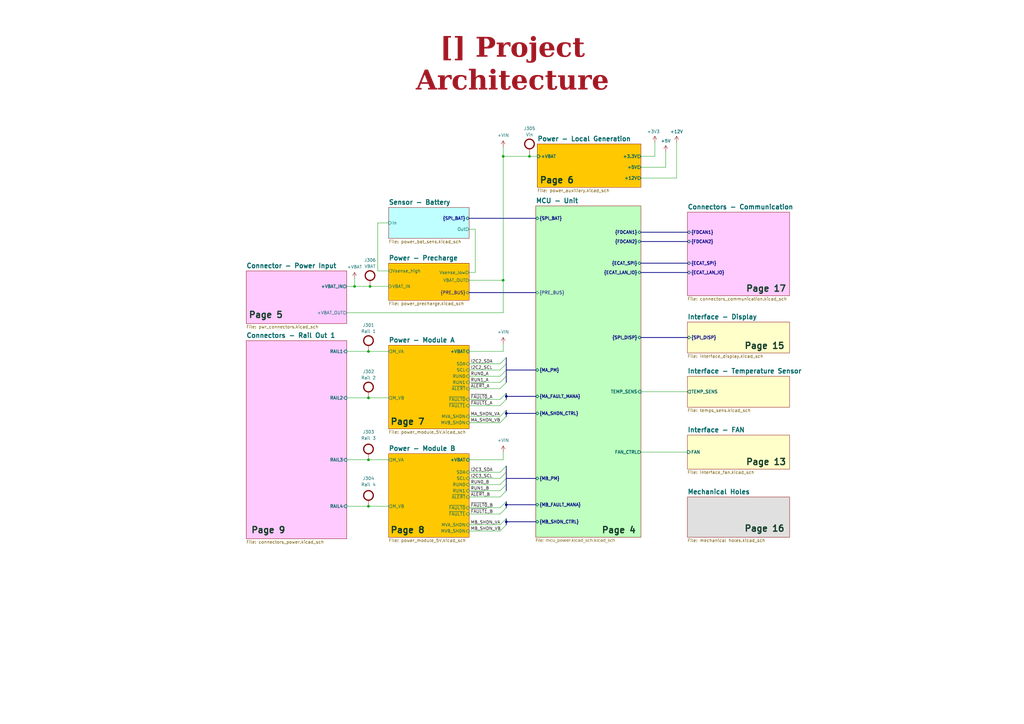
<source format=kicad_sch>
(kicad_sch (version 20231120) (generator "eeschema") (generator_version "8.0")
  (paper "A3")
  (title_block (title "Project Architecture") (date "Last Modified Date") (rev "${REVISION}") (company "${COMPANY}"))
  (lib_symbols
    (symbol "+VBAT_1" (power) (pin_names (offset 0))
      (property "Value" "+VBAT_1" (at 0 4.826 0))
      (symbol "+VBAT_1_0_1"
        (polyline (pts (xy -0.762 1.27) (xy 0 2.54)))
        (polyline (pts (xy 0 0) (xy 0 2.54)))
        (polyline (pts (xy 0 2.54) (xy 0.762 1.27)))
      )
      (symbol "+VBAT_1_1_1"
        (pin power_in line (at 0 0 90) (length 0) hide (name "+VIN") (number "1"))
      )
    )
    (symbol "0_connectors:Solder Pad" (pin_numbers hide) (pin_names (offset 0.762) hide)
      (property "Reference" "J" (at 0 10.795 0))
      (property "Value" "Solder Pad" (at 0 8.255 0))
      (symbol "Solder Pad_1_1"
        (circle (center 0 4.445) (radius 1.9716) (stroke (width 0.5)))
        (pin passive line (at 0 0 90) (length 2.54) (name "1") (number "1"))
      )
    )
    (symbol "0_power_symbols:+VBAT" (power) (pin_names (offset 0))
      (property "Value" "+VBAT" (at 0 3.556 0))
      (symbol "+VBAT_0_1"
        (polyline (pts (xy -0.762 1.27) (xy 0 2.54)))
        (polyline (pts (xy 0 0) (xy 0 2.54)))
        (polyline (pts (xy 0 2.54) (xy 0.762 1.27)))
      )
      (symbol "+VBAT_1_1"
        (pin power_in line (at 0 0 90) (length 0) hide (name "+VBAT") (number "1"))
      )
    )
    (symbol "power:+12V" (power) (pin_names (offset 0))
      (property "Value" "+12V" (at 0 3.556 0))
      (symbol "+12V_0_1"
        (polyline (pts (xy -0.762 1.27) (xy 0 2.54)))
        (polyline (pts (xy 0 0) (xy 0 2.54)))
        (polyline (pts (xy 0 2.54) (xy 0.762 1.27)))
      )
      (symbol "+12V_1_1"
        (pin power_in line (at 0 0 90) (length 0) hide (name "+12V") (number "1"))
      )
    )
    (symbol "power:+3V3" (power) (pin_names (offset 0))
      (property "Value" "+3V3" (at 0 3.556 0))
      (symbol "+3V3_0_1"
        (polyline (pts (xy -0.762 1.27) (xy 0 2.54)))
        (polyline (pts (xy 0 0) (xy 0 2.54)))
        (polyline (pts (xy 0 2.54) (xy 0.762 1.27)))
      )
      (symbol "+3V3_1_1"
        (pin power_in line (at 0 0 90) (length 0) hide (name "+3V3") (number "1"))
      )
    )
    (symbol "power:+5V" (power) (pin_names (offset 0))
      (property "Value" "+5V" (at 0 3.556 0))
      (symbol "+5V_0_1"
        (polyline (pts (xy -0.762 1.27) (xy 0 2.54)))
        (polyline (pts (xy 0 0) (xy 0 2.54)))
        (polyline (pts (xy 0 2.54) (xy 0.762 1.27)))
      )
      (symbol "+5V_1_1"
        (pin power_in line (at 0 0 90) (length 0) hide (name "+5V") (number "1"))
      )
    )
  )
  (junction (at 151.13 188.595))
  (junction (at 151.13 207.645))
  (junction (at 151.13 144.145))
  (junction (at 206.375 114.935))
  (junction (at 207.645 162.56))
  (junction (at 207.645 169.545))
  (junction (at 207.645 213.995))
  (junction (at 145.415 117.475))
  (junction (at 151.13 163.195))
  (junction (at 206.375 64.135))
  (junction (at 207.645 207.01))
  (junction (at 217.17 64.135))
  (junction (at 151.765 117.475))
  (bus_entry (at 205.105 217.805) (size 2.54 -2.54))
  (bus_entry (at 205.105 149.225) (size 2.54 -2.54))
  (bus_entry (at 205.105 151.765) (size 2.54 -2.54))
  (bus_entry (at 205.105 173.355) (size 2.54 -2.54))
  (bus_entry (at 205.105 166.37) (size 2.54 -2.54))
  (bus_entry (at 205.105 208.28) (size 2.54 -2.54))
  (bus_entry (at 205.105 201.295) (size 2.54 -2.54))
  (bus_entry (at 205.105 154.305) (size 2.54 -2.54))
  (bus_entry (at 205.105 193.675) (size 2.54 -2.54))
  (bus_entry (at 205.105 198.755) (size 2.54 -2.54))
  (bus_entry (at 205.105 196.215) (size 2.54 -2.54))
  (bus_entry (at 205.105 156.845) (size 2.54 -2.54))
  (bus_entry (at 205.105 210.82) (size 2.54 -2.54))
  (bus_entry (at 205.105 163.83) (size 2.54 -2.54))
  (bus_entry (at 205.105 215.265) (size 2.54 -2.54))
  (bus_entry (at 205.105 203.835) (size 2.54 -2.54))
  (bus_entry (at 205.105 159.385) (size 2.54 -2.54))
  (bus_entry (at 205.105 170.815) (size 2.54 -2.54))
  (bus (pts (xy 207.645 191.135) (xy 207.645 193.675)))
  (wire (pts (xy 206.375 185.42) (xy 206.375 188.595)))
  (wire (pts (xy 262.89 64.135) (xy 268.605 64.135)))
  (wire (pts (xy 192.405 154.305) (xy 205.105 154.305)))
  (wire (pts (xy 273.05 62.23) (xy 273.05 68.58)))
  (wire (pts (xy 192.405 198.755) (xy 205.105 198.755)))
  (wire (pts (xy 192.405 215.265) (xy 205.105 215.265)))
  (bus (pts (xy 207.645 169.545) (xy 207.645 170.815)))
  (bus (pts (xy 207.645 193.675) (xy 207.645 196.215)))
  (bus (pts (xy 207.645 213.995) (xy 207.645 215.265)))
  (wire (pts (xy 151.13 163.195) (xy 159.385 163.195)))
  (bus (pts (xy 207.645 169.545) (xy 219.71 169.545)))
  (wire (pts (xy 154.94 91.44) (xy 159.385 91.44)))
  (wire (pts (xy 192.405 166.37) (xy 205.105 166.37)))
  (wire (pts (xy 262.89 185.42) (xy 281.94 185.42)))
  (wire (pts (xy 192.405 203.835) (xy 205.105 203.835)))
  (wire (pts (xy 206.375 144.145) (xy 192.405 144.145)))
  (wire (pts (xy 217.17 64.135) (xy 220.345 64.135)))
  (bus (pts (xy 262.89 95.25) (xy 281.94 95.25)))
  (bus (pts (xy 207.645 162.56) (xy 207.645 163.83)))
  (bus (pts (xy 207.645 196.215) (xy 207.645 198.755)))
  (wire (pts (xy 206.375 128.27) (xy 206.375 114.935)))
  (wire (pts (xy 192.405 173.355) (xy 205.105 173.355)))
  (wire (pts (xy 192.405 201.295) (xy 205.105 201.295)))
  (wire (pts (xy 206.375 64.135) (xy 217.17 64.135)))
  (bus (pts (xy 207.645 146.685) (xy 207.645 149.225)))
  (wire (pts (xy 217.17 63.5) (xy 217.17 64.135)))
  (bus (pts (xy 207.645 212.725) (xy 207.645 213.995)))
  (wire (pts (xy 142.24 144.145) (xy 151.13 144.145)))
  (wire (pts (xy 192.405 210.82) (xy 205.105 210.82)))
  (wire (pts (xy 192.405 217.805) (xy 205.105 217.805)))
  (wire (pts (xy 192.405 151.765) (xy 205.105 151.765)))
  (wire (pts (xy 192.405 114.935) (xy 206.375 114.935)))
  (wire (pts (xy 194.945 111.76) (xy 192.405 111.76)))
  (bus (pts (xy 207.645 205.74) (xy 207.645 207.01)))
  (wire (pts (xy 154.94 111.125) (xy 159.385 111.125)))
  (wire (pts (xy 142.24 163.195) (xy 151.13 163.195)))
  (bus (pts (xy 207.645 162.56) (xy 219.71 162.56)))
  (bus (pts (xy 262.89 138.43) (xy 281.94 138.43)))
  (wire (pts (xy 206.375 188.595) (xy 192.405 188.595)))
  (wire (pts (xy 206.375 140.97) (xy 206.375 144.145)))
  (wire (pts (xy 192.405 193.675) (xy 205.105 193.675)))
  (bus (pts (xy 207.645 161.29) (xy 207.645 162.56)))
  (bus (pts (xy 207.645 198.755) (xy 207.645 201.295)))
  (wire (pts (xy 206.375 114.935) (xy 206.375 64.135)))
  (bus (pts (xy 192.405 120.015) (xy 219.71 120.015)))
  (wire (pts (xy 142.24 117.475) (xy 145.415 117.475)))
  (wire (pts (xy 192.405 208.28) (xy 205.105 208.28)))
  (wire (pts (xy 145.415 117.475) (xy 151.765 117.475)))
  (bus (pts (xy 262.89 99.06) (xy 281.94 99.06)))
  (wire (pts (xy 262.89 73.025) (xy 277.495 73.025)))
  (bus (pts (xy 207.645 149.225) (xy 207.645 151.765)))
  (bus (pts (xy 207.645 207.01) (xy 207.645 208.28)))
  (bus (pts (xy 207.645 196.215) (xy 219.71 196.215)))
  (bus (pts (xy 207.645 213.995) (xy 219.71 213.995)))
  (wire (pts (xy 154.94 111.125) (xy 154.94 91.44)))
  (wire (pts (xy 151.13 207.645) (xy 159.385 207.645)))
  (wire (pts (xy 268.605 58.42) (xy 268.605 64.135)))
  (wire (pts (xy 277.495 58.42) (xy 277.495 73.025)))
  (bus (pts (xy 192.405 89.535) (xy 219.71 89.535)))
  (wire (pts (xy 192.405 156.845) (xy 205.105 156.845)))
  (wire (pts (xy 262.89 68.58) (xy 273.05 68.58)))
  (wire (pts (xy 142.24 207.645) (xy 151.13 207.645)))
  (wire (pts (xy 194.945 93.98) (xy 192.405 93.98)))
  (wire (pts (xy 192.405 159.385) (xy 205.105 159.385)))
  (wire (pts (xy 192.405 170.815) (xy 205.105 170.815)))
  (wire (pts (xy 142.24 188.595) (xy 151.13 188.595)))
  (wire (pts (xy 192.405 163.83) (xy 205.105 163.83)))
  (bus (pts (xy 207.645 168.275) (xy 207.645 169.545)))
  (wire (pts (xy 151.13 188.595) (xy 159.385 188.595)))
  (wire (pts (xy 262.89 160.655) (xy 281.94 160.655)))
  (wire (pts (xy 142.24 128.27) (xy 206.375 128.27)))
  (bus (pts (xy 262.89 111.76) (xy 281.94 111.76)))
  (wire (pts (xy 192.405 196.215) (xy 205.105 196.215)))
  (bus (pts (xy 207.645 207.01) (xy 219.71 207.01)))
  (wire (pts (xy 145.415 114.3) (xy 145.415 117.475)))
  (bus (pts (xy 207.645 151.765) (xy 219.71 151.765)))
  (wire (pts (xy 206.375 60.325) (xy 206.375 64.135)))
  (bus (pts (xy 262.89 107.95) (xy 281.94 107.95)))
  (wire (pts (xy 151.765 117.475) (xy 159.385 117.475)))
  (wire (pts (xy 151.13 144.145) (xy 159.385 144.145)))
  (bus (pts (xy 207.645 151.765) (xy 207.645 154.305)))
  (wire (pts (xy 194.945 93.98) (xy 194.945 111.76)))
  (bus (pts (xy 207.645 154.305) (xy 207.645 156.845)))
  (wire (pts (xy 192.405 149.225) (xy 205.105 149.225)))
  (text_box "[${#}] ${TITLE}" (at 144.78 20.32 0) (size 130.81 12.7) (stroke (width -0.0001)) (effects (font (size 8 8) (thickness 1.2) (bold yes))))
  (text "Page 15" (at 321.945 143.51 0) (effects (font (size 2.54 2.54) (bold yes)) (justify right bottom)))
  (text "Page 8" (at 160.02 219.075 0) (effects (font (size 2.54 2.54) (bold yes)) (justify left bottom)))
  (text "Page 7" (at 160.02 174.625 0) (effects (font (size 2.54 2.54) (bold yes)) (justify left bottom)))
  (text "Page 13" (at 322.58 191.135 0) (effects (font (size 2.54 2.54) (bold yes)) (justify right bottom)))
  (text "Page 4" (at 260.985 219.075 0) (effects (font (size 2.54 2.54) (bold yes)) (justify right bottom)))
  (text "Page 6" (at 235.585 75.565 0) (effects (font (size 2.54 2.54) (bold yes)) (justify right bottom)))
  (text "Page 5\n" (at 116.205 130.81 0) (effects (font (size 2.54 2.54) (bold yes)) (justify right bottom)))
  (text "Page 16" (at 321.945 218.44 0) (effects (font (size 2.54 2.54) (bold yes)) (justify right bottom)))
  (text "Page 17" (at 322.58 120.015 0) (effects (font (size 2.54 2.54) (bold yes)) (justify right bottom)))
  (text "Page 9" (at 102.87 219.075 0) (effects (font (size 2.54 2.54) (bold yes)) (justify left bottom)))
  (label "MA_SHDN_VA" (at 193.04 170.815 0))
  (label "RUN1_B" (at 193.04 201.295 0))
  (label "I2C2_SDA" (at 193.04 149.225 0))
  (label "I2C2_SCL" (at 193.04 151.765 0))
  (label "MA_SHDN_VB" (at 193.04 173.355 0))
  (label "~{ALERT}_A" (at 193.04 159.385 0))
  (label "~{FAULT1}_A" (at 193.04 166.37 0))
  (label "I2C3_SCL" (at 193.04 196.215 0))
  (label "RUN0_A" (at 193.04 154.305 0))
  (label "MB_SHDN_VA" (at 193.04 215.265 0))
  (label "~{FAULT1}_B" (at 193.04 210.82 0))
  (label "I2C3_SDA" (at 193.04 193.675 0))
  (label "~{FAULT0}_A" (at 193.04 163.83 0))
  (label "MB_SHDN_VB" (at 193.04 217.805 0))
  (label "~{ALERT}_B" (at 193.04 203.835 0))
  (label "~{FAULT0}_B" (at 193.04 208.28 0))
  (label "RUN1_A" (at 193.04 156.845 0))
  (label "RUN0_B" (at 193.04 198.755 0))
  (symbol (lib_id "power:+5V") (at 273.05 62.23 0) (unit 1)
    (property "Reference" "#PWR0303" (effects (hide yes)))
    (property "Value" "+5V" (at 273.05 57.785 0))
  )
  (symbol (lib_id "0_connectors:Solder Pad") (at 151.13 144.145 0) (unit 1) (in_bom no)
    (property "Reference" "J301" (at 151.13 133.35 0))
    (property "Value" "Rail 1" (at 151.13 135.89 0))
    (property "Footprint" "0_pad:Pad_Square_Vias_6.5x6.5mm" (effects (hide yes)))
  )
  (symbol (lib_id "0_connectors:Solder Pad") (at 151.13 188.595 0) (unit 1) (in_bom no)
    (property "Reference" "J303" (at 151.13 177.165 0))
    (property "Value" "Rail 3" (at 151.13 179.705 0))
    (property "Footprint" "0_pad:Pad_Square_Vias_6.5x6.5mm" (effects (hide yes)))
  )
  (symbol (lib_id "power:+12V") (at 277.495 58.42 0) (unit 1)
    (property "Reference" "#PWR0304" (effects (hide yes)))
    (property "Value" "+12V" (at 277.495 53.975 0))
  )
  (symbol (lib_id "0_connectors:Solder Pad") (at 151.13 163.195 0) (unit 1) (in_bom no)
    (property "Reference" "J302" (at 151.13 152.4 0))
    (property "Value" "Rail 2" (at 151.13 154.94 0))
    (property "Footprint" "0_pad:Pad_Square_Vias_6.5x6.5mm" (effects (hide yes)))
  )
  (symbol (lib_id "0_connectors:Solder Pad") (at 151.765 117.475 0) (unit 1) (in_bom no)
    (property "Reference" "J306" (at 151.765 106.68 0))
    (property "Value" "VBAT" (at 151.765 109.22 0))
    (property "Footprint" "0_pad:Pad_Square_Vias_6.5x6.5mm" (effects (hide yes)))
  )
  (symbol (lib_id "power:+3V3") (at 268.605 58.42 0) (unit 1)
    (property "Reference" "#PWR0302" (effects (hide yes)))
    (property "Value" "+3V3" (at 267.97 53.975 0))
  )
  (symbol (lib_id "0_connectors:Solder Pad") (at 217.17 63.5 0) (unit 1) (in_bom no)
    (property "Reference" "J305" (at 217.17 52.705 0))
    (property "Value" "Vin" (at 217.17 55.245 0))
    (property "Footprint" "0_pad:Pad_Square_Vias_6.5x6.5mm" (effects (hide yes)))
  )
  (symbol (lib_name "+VBAT_1") (lib_id "0_power_symbols:+VBAT") (at 206.375 60.325 0) (unit 1)
    (property "Reference" "#PWR0305" (effects (hide yes)))
    (property "Value" "+VIN" (at 206.375 55.499 0))
  )
  (symbol (lib_name "+VBAT_1") (lib_id "0_power_symbols:+VBAT") (at 206.375 140.97 0) (mirror y) (unit 1)
    (property "Reference" "#PWR0308" (effects (hide yes)))
    (property "Value" "+VIN" (at 206.375 136.144 0))
  )
  (symbol (lib_id "0_connectors:Solder Pad") (at 151.13 207.645 0) (unit 1) (in_bom no)
    (property "Reference" "J304" (at 151.13 196.215 0))
    (property "Value" "Rail 4" (at 151.13 198.755 0))
    (property "Footprint" "0_pad:Pad_Square_Vias_6.5x6.5mm" (effects (hide yes)))
  )
  (symbol (lib_id "0_power_symbols:+VBAT") (at 145.415 114.3 0) (unit 1)
    (property "Reference" "#PWR0301" (effects (hide yes)))
    (property "Value" "+VBAT" (at 145.415 109.474 0))
  )
  (symbol (lib_name "+VBAT_1") (lib_id "0_power_symbols:+VBAT") (at 206.375 185.42 0) (mirror y) (unit 1)
    (property "Reference" "#PWR0309" (effects (hide yes)))
    (property "Value" "+VIN" (at 206.375 180.594 0))
  )
  (sheet (at 100.965 139.7) (size 41.275 81.28) (fill (color 255 150 255 0.5020))
    (property "Sheetname" "Connectors - Rail Out 1" (at 100.965 138.6709 0) (effects (font (size 1.905 1.905) (bold yes)) (justify left bottom)))
    (property "Sheetfile" "connectors_power.kicad_sch" (at 100.965 221.5646 0) (effects (justify left top)))
    (pin "RAIL3" input (at 142.24 188.595 0) (effects (font (thickness 0.254) (bold yes))))
    (pin "RAIL1" input (at 142.24 144.145 0) (effects (font (thickness 0.254) (bold yes))))
    (pin "RAIL4" input (at 142.24 207.645 0) (effects (font (thickness 0.254) (bold yes))))
    (pin "RAIL2" input (at 142.24 163.195 0) (effects (font (thickness 0.254) (bold yes))))
  )
  (sheet (at 159.385 107.95) (size 33.02 15.24) (stroke (width 0.1524)) (fill (color 255 200 0 1.0000))
    (property "Sheetname" "Power - Precharge" (at 159.385 106.9209 0) (effects (font (size 1.905 1.905) (bold yes)) (justify left bottom)))
    (property "Sheetfile" "power_precharge.kicad_sch" (at 159.385 123.7746 0) (effects (justify left top)))
    (pin "VBAT_IN" input (at 159.385 117.475 180))
    (pin "VBAT_OUT" output (at 192.405 114.935 0))
    (pin "Vsense_low" output (at 192.405 111.76 0))
    (pin "Vsense_high" output (at 159.385 111.125 180))
    (pin "{PRE_BUS}" bidirectional (at 192.405 120.015 0))
  )
  (sheet (at 281.94 203.835) (size 41.91 16.51) (stroke (width 0.1524)) (fill (color 0 0 0 0.1216))
    (property "Sheetname" "Mechanical Holes" (at 281.94 202.8059 0) (effects (font (size 1.905 1.905) (bold yes)) (justify left bottom)))
    (property "Sheetfile" "mechanical holes.kicad_sch" (at 281.94 220.9296 0) (effects (justify left top)))
  )
  (sheet (at 281.94 178.435) (size 41.91 13.97) (stroke (width 0.1524)) (fill (color 255 255 150 0.5020))
    (property "Sheetname" "Interface - FAN " (at 281.94 177.4059 0) (effects (font (size 1.905 1.905) (bold yes)) (justify left bottom)))
    (property "Sheetfile" "interface_fan.kicad_sch" (at 281.94 192.9896 0) (effects (justify left top)))
    (pin "FAN" input (at 281.94 185.42 180) (effects (font (thickness 0.254) (bold yes))))
  )
  (sheet (at 281.94 154.305) (size 41.91 12.7) (stroke (width 0.1524)) (fill (color 255 255 150 0.5020))
    (property "Sheetname" "Interface - Temperature Sensor" (at 281.94 153.2759 0) (effects (font (size 1.905 1.905) (bold yes)) (justify left bottom)))
    (property "Sheetfile" "temps_sens.kicad_sch" (at 281.94 167.5896 0) (effects (justify left top)))
    (pin "TEMP_SENS" output (at 281.94 160.655 180) (effects (font (thickness 0.254) (bold yes))))
  )
  (sheet (at 159.385 141.605) (size 33.02 34.29) (stroke (width 0.1524)) (fill (color 255 200 0 1.0000))
    (property "Sheetname" "Power - Module A" (at 159.385 140.5759 0) (effects (font (size 1.905 1.905) (bold yes)) (justify left bottom)))
    (property "Sheetfile" "power_module_5V.kicad_sch" (at 159.385 176.4796 0) (effects (justify left top)))
    (pin "+VBAT" input (at 192.405 144.145 0) (effects (font (thickness 0.254) (bold yes))))
    (pin "M_VA" output (at 159.385 144.145 180))
    (pin "M_VB" output (at 159.385 163.195 180))
    (pin "SDA" input (at 192.405 149.225 0))
    (pin "RUN1" input (at 192.405 156.845 0))
    (pin "SCL" input (at 192.405 151.765 0))
    (pin "RUN0" input (at 192.405 154.305 0))
    (pin "~{FAULT0}" input (at 192.405 163.83 0))
    (pin "~{FAULT1}" input (at 192.405 166.37 0))
    (pin "~{ALERT}" input (at 192.405 159.385 0))
    (pin "MVA_SHDN" input (at 192.405 170.815 0))
    (pin "MVB_SHDN" input (at 192.405 173.355 0))
  )
  (sheet (at 281.94 86.995) (size 41.91 34.29) (stroke (width 0.1524)) (fill (color 255 150 255 0.5020))
    (property "Sheetname" "Connectors - Communication" (at 281.94 85.9659 0) (effects (font (size 1.905 1.905) (bold yes)) (justify left bottom)))
    (property "Sheetfile" "connectors_communication.kicad_sch" (at 281.94 121.8696 0) (effects (justify left top)))
    (pin "{ECAT_SPI}" bidirectional (at 281.94 107.95 180) (effects (font (thickness 0.254) (bold yes))))
    (pin "{FDCAN1}" bidirectional (at 281.94 95.25 180) (effects (font (thickness 0.254) (bold yes))))
    (pin "{FDCAN2}" bidirectional (at 281.94 99.06 180) (effects (font (thickness 0.254) (bold yes))))
    (pin "{ECAT_LAN_IO}" bidirectional (at 281.94 111.76 180) (effects (font (thickness 0.254) (bold yes))))
  )
  (sheet (at 219.71 84.455) (size 43.18 135.89) (stroke (width 0.1524)) (fill (color 128 255 128 0.5000))
    (property "Sheetname" "MCU - Unit" (at 219.71 83.4259 0) (effects (font (size 1.905 1.905) (bold yes)) (justify left bottom)))
    (property "Sheetfile" "mcu_power.kicad_sch.kicad_sch" (at 219.71 220.9296 0) (effects (justify left top)))
    (pin "{MB_PM}" bidirectional (at 219.71 196.215 180) (effects (font (thickness 0.254) (bold yes))))
    (pin "{MA_PM}" bidirectional (at 219.71 151.765 180) (effects (font (thickness 0.254) (bold yes))))
    (pin "{SPI_DISP}" bidirectional (at 262.89 138.43 0) (effects (font (thickness 0.254) (bold yes))))
    (pin "FAN_CTRL" output (at 262.89 185.42 0) (effects (font (thickness 0.254) (bold yes))))
    (pin "{ECAT_LAN_IO}" bidirectional (at 262.89 111.76 0) (effects (font (thickness 0.254) (bold yes))))
    (pin "{SPI_BAT}" bidirectional (at 219.71 89.535 180) (effects (font (thickness 0.254) (bold yes))))
    (pin "{ECAT_SPI}" bidirectional (at 262.89 107.95 0) (effects (font (thickness 0.254) (bold yes))))
    (pin "{MB_FAULT_MANA}" bidirectional (at 219.71 207.01 180) (effects (font (thickness 0.254) (bold yes))))
    (pin "{MA_FAULT_MANA}" bidirectional (at 219.71 162.56 180) (effects (font (thickness 0.254) (bold yes))))
    (pin "{MB_SHDN_CTRL}" bidirectional (at 219.71 213.995 180) (effects (font (thickness 0.254) (bold yes))))
    (pin "{MA_SHDN_CTRL}" bidirectional (at 219.71 169.545 180) (effects (font (thickness 0.254) (bold yes))))
    (pin "{FDCAN1}" bidirectional (at 262.89 95.25 0) (effects (font (thickness 0.254) (bold yes))))
    (pin "{FDCAN2}" bidirectional (at 262.89 99.06 0) (effects (font (thickness 0.254) (bold yes))))
    (pin "{PRE_BUS}" bidirectional (at 219.71 120.015 180))
    (pin "TEMP_SENS" input (at 262.89 160.655 0) (effects (font (thickness 0.254) (bold yes))))
  )
  (sheet (at 100.965 111.125) (size 41.275 21.59) (stroke (width 0.1524)) (fill (color 255 150 255 0.5020))
    (property "Sheetname" "Connector - Power Input" (at 100.965 110.0959 0) (effects (font (size 1.905 1.905) (bold yes)) (justify left bottom)))
    (property "Sheetfile" "pwr_connectors.kicad_sch" (at 100.965 133.2996 0) (effects (justify left top)))
    (pin "+VBAT_IN" output (at 142.24 117.475 0) (effects (font (thickness 0.254) (bold yes))))
    (pin "+VBAT_OUT" output (at 142.24 128.27 0))
  )
  (sheet (at 220.345 59.055) (size 42.545 17.78) (stroke (width 0.1524)) (fill (color 255 200 0 1.0000))
    (property "Sheetname" "Power - Local Generation" (at 220.345 58.0259 0) (effects (font (size 1.905 1.905) (bold yes)) (justify left bottom)))
    (property "Sheetfile" "power_auxiliary.kicad_sch" (at 220.345 77.4196 0) (effects (justify left top)))
    (pin "+3.3V" output (at 262.89 64.135 0) (effects (font (thickness 0.254) (bold yes))))
    (pin "+5V" output (at 262.89 68.58 0) (effects (font (thickness 0.254) (bold yes))))
    (pin "+VBAT" input (at 220.345 64.135 180) (effects (font (thickness 0.254) (bold yes))))
    (pin "+12V" output (at 262.89 73.025 0) (effects (font (thickness 0.254) (bold yes))))
  )
  (sheet (at 159.385 186.055) (size 33.02 34.29) (stroke (width 0.1524)) (fill (color 255 200 0 1.0000))
    (property "Sheetname" "Power - Module B" (at 159.385 185.0259 0) (effects (font (size 1.905 1.905) (bold yes)) (justify left bottom)))
    (property "Sheetfile" "power_module_5V.kicad_sch" (at 159.385 220.9296 0) (effects (justify left top)))
    (pin "+VBAT" input (at 192.405 188.595 0) (effects (font (thickness 0.254) (bold yes))))
    (pin "M_VA" output (at 159.385 188.595 180))
    (pin "M_VB" output (at 159.385 207.645 180))
    (pin "SDA" input (at 192.405 193.675 0))
    (pin "RUN1" input (at 192.405 201.295 0))
    (pin "SCL" input (at 192.405 196.215 0))
    (pin "RUN0" input (at 192.405 198.755 0))
    (pin "~{FAULT0}" input (at 192.405 208.28 0))
    (pin "MVA_SHDN" input (at 192.405 215.265 0))
    (pin "MVB_SHDN" input (at 192.405 217.805 0))
    (pin "~{FAULT1}" input (at 192.405 210.82 0))
    (pin "~{ALERT}" input (at 192.405 203.835 0))
  )
  (sheet (at 159.385 85.09) (size 33.02 12.7) (stroke (width 0.1524)) (fill (color 128 255 255 0.5020))
    (property "Sheetname" "Sensor - Battery" (at 159.385 84.0609 0) (effects (font (size 1.905 1.905) (bold yes)) (justify left bottom)))
    (property "Sheetfile" "power_bat_sens.kicad_sch" (at 159.385 98.3746 0) (effects (justify left top)))
    (pin "Out" output (at 192.405 93.98 0))
    (pin "In" input (at 159.385 91.44 180))
    (pin "{SPI_BAT}" bidirectional (at 192.405 89.535 0) (effects (font (thickness 0.254) (bold yes))))
  )
  (sheet (at 281.94 132.08) (size 41.91 12.7) (stroke (width 0.1524)) (fill (color 255 255 150 0.5020))
    (property "Sheetname" "Interface - Display" (at 281.94 131.0509 0) (effects (font (size 1.905 1.905) (bold yes)) (justify left bottom)))
    (property "Sheetfile" "interface_display.kicad_sch" (at 281.94 145.3646 0) (effects (justify left top)))
    (pin "{SPI_DISP}" bidirectional (at 281.94 138.43 180) (effects (font (thickness 0.254) (bold yes))))
  )
)
</source>
